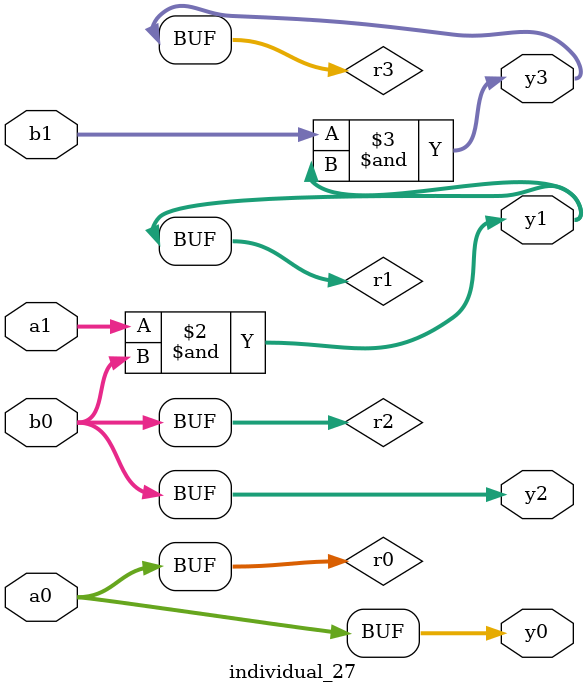
<source format=sv>
module individual_27(input logic [15:0] a1, input logic [15:0] a0, input logic [15:0] b1, input logic [15:0] b0, output logic [15:0] y3, output logic [15:0] y2, output logic [15:0] y1, output logic [15:0] y0);
logic [15:0] r0, r1, r2, r3; 
 always@(*) begin 
	 r0 = a0; r1 = a1; r2 = b0; r3 = b1; 
 	 r1  &=  b0 ;
 	 r3  &=  r1 ;
 	 y3 = r3; y2 = r2; y1 = r1; y0 = r0; 
end
endmodule
</source>
